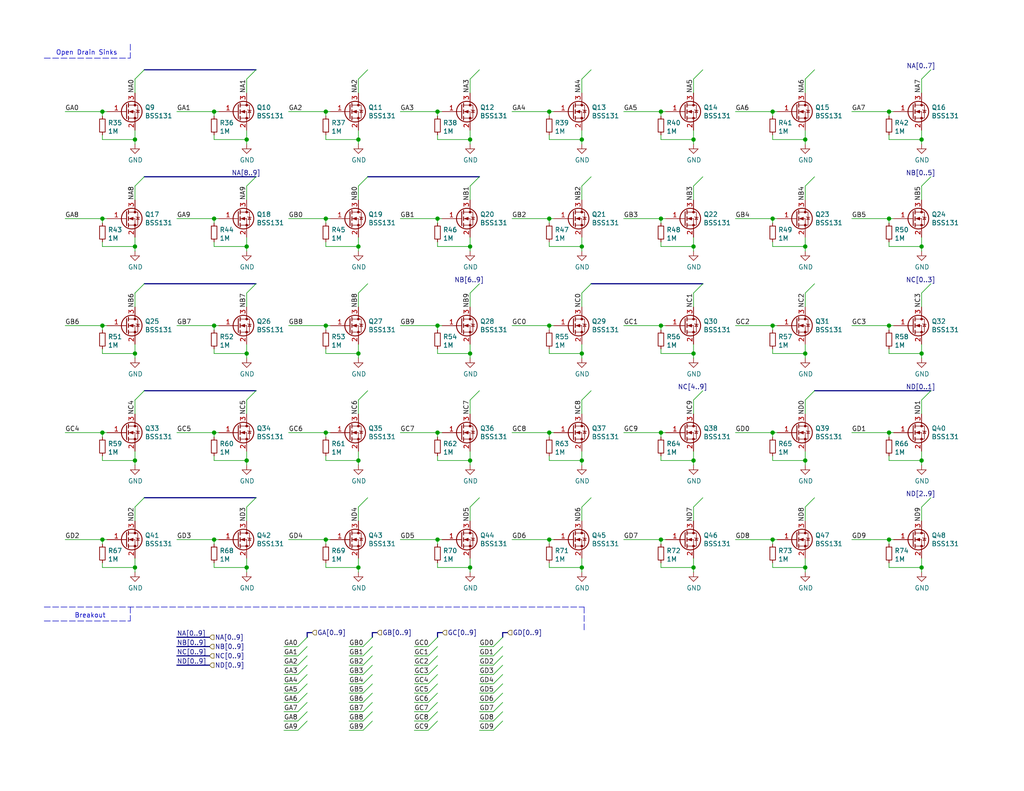
<source format=kicad_sch>
(kicad_sch (version 20210126) (generator eeschema)
  (paper "USLetter")
  (title_block (title "Nixie Clock - Cathode Sinks") (date "2021-03-24") (rev "20210324") (company "Bastian de Byl") (comment 1 "QC: OK"))
  (junction (at 27.94 30.48) (diameter 1.016))
  (junction (at 27.94 59.69) (diameter 1.016))
  (junction (at 27.94 88.9) (diameter 1.016))
  (junction (at 27.94 118.11) (diameter 1.016))
  (junction (at 27.94 147.32) (diameter 1.016))
  (junction (at 36.83 38.1) (diameter 1.016))
  (junction (at 36.83 67.31) (diameter 1.016))
  (junction (at 36.83 96.52) (diameter 1.016))
  (junction (at 36.83 125.73) (diameter 1.016))
  (junction (at 36.83 154.94) (diameter 1.016))
  (junction (at 58.42 30.48) (diameter 1.016))
  (junction (at 58.42 59.69) (diameter 1.016))
  (junction (at 58.42 88.9) (diameter 1.016))
  (junction (at 58.42 118.11) (diameter 1.016))
  (junction (at 58.42 147.32) (diameter 1.016))
  (junction (at 67.31 38.1) (diameter 1.016))
  (junction (at 67.31 67.31) (diameter 1.016))
  (junction (at 67.31 96.52) (diameter 1.016))
  (junction (at 67.31 125.73) (diameter 1.016))
  (junction (at 67.31 154.94) (diameter 1.016))
  (junction (at 88.9 30.48) (diameter 1.016))
  (junction (at 88.9 59.69) (diameter 1.016))
  (junction (at 88.9 88.9) (diameter 1.016))
  (junction (at 88.9 118.11) (diameter 1.016))
  (junction (at 88.9 147.32) (diameter 1.016))
  (junction (at 97.79 38.1) (diameter 1.016))
  (junction (at 97.79 67.31) (diameter 1.016))
  (junction (at 97.79 96.52) (diameter 1.016))
  (junction (at 97.79 125.73) (diameter 1.016))
  (junction (at 97.79 154.94) (diameter 1.016))
  (junction (at 119.38 30.48) (diameter 1.016))
  (junction (at 119.38 59.69) (diameter 1.016))
  (junction (at 119.38 88.9) (diameter 1.016))
  (junction (at 119.38 118.11) (diameter 1.016))
  (junction (at 119.38 147.32) (diameter 1.016))
  (junction (at 128.27 38.1) (diameter 1.016))
  (junction (at 128.27 67.31) (diameter 1.016))
  (junction (at 128.27 96.52) (diameter 1.016))
  (junction (at 128.27 125.73) (diameter 1.016))
  (junction (at 128.27 154.94) (diameter 1.016))
  (junction (at 149.86 30.48) (diameter 1.016))
  (junction (at 149.86 59.69) (diameter 1.016))
  (junction (at 149.86 88.9) (diameter 1.016))
  (junction (at 149.86 118.11) (diameter 1.016))
  (junction (at 149.86 147.32) (diameter 1.016))
  (junction (at 158.75 38.1) (diameter 1.016))
  (junction (at 158.75 67.31) (diameter 1.016))
  (junction (at 158.75 96.52) (diameter 1.016))
  (junction (at 158.75 125.73) (diameter 1.016))
  (junction (at 158.75 154.94) (diameter 1.016))
  (junction (at 180.34 30.48) (diameter 1.016))
  (junction (at 180.34 59.69) (diameter 1.016))
  (junction (at 180.34 88.9) (diameter 1.016))
  (junction (at 180.34 118.11) (diameter 1.016))
  (junction (at 180.34 147.32) (diameter 1.016))
  (junction (at 189.23 38.1) (diameter 1.016))
  (junction (at 189.23 67.31) (diameter 1.016))
  (junction (at 189.23 96.52) (diameter 1.016))
  (junction (at 189.23 125.73) (diameter 1.016))
  (junction (at 189.23 154.94) (diameter 1.016))
  (junction (at 210.82 30.48) (diameter 1.016))
  (junction (at 210.82 59.69) (diameter 1.016))
  (junction (at 210.82 88.9) (diameter 1.016))
  (junction (at 210.82 118.11) (diameter 1.016))
  (junction (at 210.82 147.32) (diameter 1.016))
  (junction (at 219.71 38.1) (diameter 1.016))
  (junction (at 219.71 67.31) (diameter 1.016))
  (junction (at 219.71 96.52) (diameter 1.016))
  (junction (at 219.71 125.73) (diameter 1.016))
  (junction (at 219.71 154.94) (diameter 1.016))
  (junction (at 242.57 30.48) (diameter 1.016))
  (junction (at 242.57 59.69) (diameter 1.016))
  (junction (at 242.57 88.9) (diameter 1.016))
  (junction (at 242.57 118.11) (diameter 1.016))
  (junction (at 242.57 147.32) (diameter 1.016))
  (junction (at 251.46 38.1) (diameter 1.016))
  (junction (at 251.46 67.31) (diameter 1.016))
  (junction (at 251.46 96.52) (diameter 1.016))
  (junction (at 251.46 125.73) (diameter 1.016))
  (junction (at 251.46 154.94) (diameter 1.016))
  (bus_entry (at 36.83 21.59) (size 2.54 -2.54) (stroke (width 0.1524)))
  (bus_entry (at 36.83 50.8) (size 2.54 -2.54) (stroke (width 0.1524)))
  (bus_entry (at 36.83 80.01) (size 2.54 -2.54) (stroke (width 0.1524)))
  (bus_entry (at 36.83 109.22) (size 2.54 -2.54) (stroke (width 0.1524)))
  (bus_entry (at 36.83 138.43) (size 2.54 -2.54) (stroke (width 0.1524)))
  (bus_entry (at 67.31 21.59) (size 2.54 -2.54) (stroke (width 0.1524)))
  (bus_entry (at 67.31 50.8) (size 2.54 -2.54) (stroke (width 0.1524)))
  (bus_entry (at 67.31 80.01) (size 2.54 -2.54) (stroke (width 0.1524)))
  (bus_entry (at 67.31 109.22) (size 2.54 -2.54) (stroke (width 0.1524)))
  (bus_entry (at 67.31 138.43) (size 2.54 -2.54) (stroke (width 0.1524)))
  (bus_entry (at 81.28 176.53) (size 2.54 -2.54) (stroke (width 0.1524)))
  (bus_entry (at 81.28 179.07) (size 2.54 -2.54) (stroke (width 0.1524)))
  (bus_entry (at 81.28 181.61) (size 2.54 -2.54) (stroke (width 0.1524)))
  (bus_entry (at 81.28 184.15) (size 2.54 -2.54) (stroke (width 0.1524)))
  (bus_entry (at 81.28 186.69) (size 2.54 -2.54) (stroke (width 0.1524)))
  (bus_entry (at 81.28 189.23) (size 2.54 -2.54) (stroke (width 0.1524)))
  (bus_entry (at 81.28 191.77) (size 2.54 -2.54) (stroke (width 0.1524)))
  (bus_entry (at 81.28 194.31) (size 2.54 -2.54) (stroke (width 0.1524)))
  (bus_entry (at 81.28 196.85) (size 2.54 -2.54) (stroke (width 0.1524)))
  (bus_entry (at 81.28 199.39) (size 2.54 -2.54) (stroke (width 0.1524)))
  (bus_entry (at 97.79 21.59) (size 2.54 -2.54) (stroke (width 0.1524)))
  (bus_entry (at 97.79 50.8) (size 2.54 -2.54) (stroke (width 0.1524)))
  (bus_entry (at 97.79 80.01) (size 2.54 -2.54) (stroke (width 0.1524)))
  (bus_entry (at 97.79 109.22) (size 2.54 -2.54) (stroke (width 0.1524)))
  (bus_entry (at 97.79 138.43) (size 2.54 -2.54) (stroke (width 0.1524)))
  (bus_entry (at 99.06 176.53) (size 2.54 -2.54) (stroke (width 0.1524)))
  (bus_entry (at 99.06 179.07) (size 2.54 -2.54) (stroke (width 0.1524)))
  (bus_entry (at 99.06 181.61) (size 2.54 -2.54) (stroke (width 0.1524)))
  (bus_entry (at 99.06 184.15) (size 2.54 -2.54) (stroke (width 0.1524)))
  (bus_entry (at 99.06 186.69) (size 2.54 -2.54) (stroke (width 0.1524)))
  (bus_entry (at 99.06 189.23) (size 2.54 -2.54) (stroke (width 0.1524)))
  (bus_entry (at 99.06 191.77) (size 2.54 -2.54) (stroke (width 0.1524)))
  (bus_entry (at 99.06 194.31) (size 2.54 -2.54) (stroke (width 0.1524)))
  (bus_entry (at 99.06 196.85) (size 2.54 -2.54) (stroke (width 0.1524)))
  (bus_entry (at 99.06 199.39) (size 2.54 -2.54) (stroke (width 0.1524)))
  (bus_entry (at 116.84 176.53) (size 2.54 -2.54) (stroke (width 0.1524)))
  (bus_entry (at 116.84 179.07) (size 2.54 -2.54) (stroke (width 0.1524)))
  (bus_entry (at 116.84 181.61) (size 2.54 -2.54) (stroke (width 0.1524)))
  (bus_entry (at 116.84 184.15) (size 2.54 -2.54) (stroke (width 0.1524)))
  (bus_entry (at 116.84 186.69) (size 2.54 -2.54) (stroke (width 0.1524)))
  (bus_entry (at 116.84 189.23) (size 2.54 -2.54) (stroke (width 0.1524)))
  (bus_entry (at 116.84 191.77) (size 2.54 -2.54) (stroke (width 0.1524)))
  (bus_entry (at 116.84 194.31) (size 2.54 -2.54) (stroke (width 0.1524)))
  (bus_entry (at 116.84 196.85) (size 2.54 -2.54) (stroke (width 0.1524)))
  (bus_entry (at 116.84 199.39) (size 2.54 -2.54) (stroke (width 0.1524)))
  (bus_entry (at 128.27 21.59) (size 2.54 -2.54) (stroke (width 0.1524)))
  (bus_entry (at 128.27 50.8) (size 2.54 -2.54) (stroke (width 0.1524)))
  (bus_entry (at 128.27 80.01) (size 2.54 -2.54) (stroke (width 0.1524)))
  (bus_entry (at 128.27 109.22) (size 2.54 -2.54) (stroke (width 0.1524)))
  (bus_entry (at 128.27 138.43) (size 2.54 -2.54) (stroke (width 0.1524)))
  (bus_entry (at 134.62 176.53) (size 2.54 -2.54) (stroke (width 0.1524)))
  (bus_entry (at 134.62 179.07) (size 2.54 -2.54) (stroke (width 0.1524)))
  (bus_entry (at 134.62 181.61) (size 2.54 -2.54) (stroke (width 0.1524)))
  (bus_entry (at 134.62 184.15) (size 2.54 -2.54) (stroke (width 0.1524)))
  (bus_entry (at 134.62 186.69) (size 2.54 -2.54) (stroke (width 0.1524)))
  (bus_entry (at 134.62 189.23) (size 2.54 -2.54) (stroke (width 0.1524)))
  (bus_entry (at 134.62 191.77) (size 2.54 -2.54) (stroke (width 0.1524)))
  (bus_entry (at 134.62 194.31) (size 2.54 -2.54) (stroke (width 0.1524)))
  (bus_entry (at 134.62 196.85) (size 2.54 -2.54) (stroke (width 0.1524)))
  (bus_entry (at 134.62 199.39) (size 2.54 -2.54) (stroke (width 0.1524)))
  (bus_entry (at 158.75 21.59) (size 2.54 -2.54) (stroke (width 0.1524)))
  (bus_entry (at 158.75 50.8) (size 2.54 -2.54) (stroke (width 0.1524)))
  (bus_entry (at 158.75 80.01) (size 2.54 -2.54) (stroke (width 0.1524)))
  (bus_entry (at 158.75 109.22) (size 2.54 -2.54) (stroke (width 0.1524)))
  (bus_entry (at 158.75 138.43) (size 2.54 -2.54) (stroke (width 0.1524)))
  (bus_entry (at 189.23 21.59) (size 2.54 -2.54) (stroke (width 0.1524)))
  (bus_entry (at 189.23 50.8) (size 2.54 -2.54) (stroke (width 0.1524)))
  (bus_entry (at 189.23 80.01) (size 2.54 -2.54) (stroke (width 0.1524)))
  (bus_entry (at 189.23 109.22) (size 2.54 -2.54) (stroke (width 0.1524)))
  (bus_entry (at 189.23 138.43) (size 2.54 -2.54) (stroke (width 0.1524)))
  (bus_entry (at 219.71 21.59) (size 2.54 -2.54) (stroke (width 0.1524)))
  (bus_entry (at 219.71 50.8) (size 2.54 -2.54) (stroke (width 0.1524)))
  (bus_entry (at 219.71 80.01) (size 2.54 -2.54) (stroke (width 0.1524)))
  (bus_entry (at 219.71 109.22) (size 2.54 -2.54) (stroke (width 0.1524)))
  (bus_entry (at 219.71 138.43) (size 2.54 -2.54) (stroke (width 0.1524)))
  (bus_entry (at 251.46 21.59) (size 2.54 -2.54) (stroke (width 0.1524)))
  (bus_entry (at 251.46 50.8) (size 2.54 -2.54) (stroke (width 0.1524)))
  (bus_entry (at 251.46 80.01) (size 2.54 -2.54) (stroke (width 0.1524)))
  (bus_entry (at 251.46 109.22) (size 2.54 -2.54) (stroke (width 0.1524)))
  (bus_entry (at 251.46 138.43) (size 2.54 -2.54) (stroke (width 0.1524)))
  (wire (pts (xy 17.78 30.48) (xy 27.94 30.48)))
  (wire (pts (xy 17.78 59.69) (xy 27.94 59.69)))
  (wire (pts (xy 17.78 88.9) (xy 27.94 88.9)))
  (wire (pts (xy 17.78 118.11) (xy 27.94 118.11)))
  (wire (pts (xy 17.78 147.32) (xy 27.94 147.32)))
  (wire (pts (xy 27.94 30.48) (xy 27.94 31.75)))
  (wire (pts (xy 27.94 30.48) (xy 29.21 30.48)))
  (wire (pts (xy 27.94 36.83) (xy 27.94 38.1)))
  (wire (pts (xy 27.94 38.1) (xy 36.83 38.1)))
  (wire (pts (xy 27.94 59.69) (xy 27.94 60.96)))
  (wire (pts (xy 27.94 59.69) (xy 29.21 59.69)))
  (wire (pts (xy 27.94 66.04) (xy 27.94 67.31)))
  (wire (pts (xy 27.94 67.31) (xy 36.83 67.31)))
  (wire (pts (xy 27.94 88.9) (xy 27.94 90.17)))
  (wire (pts (xy 27.94 88.9) (xy 29.21 88.9)))
  (wire (pts (xy 27.94 95.25) (xy 27.94 96.52)))
  (wire (pts (xy 27.94 96.52) (xy 36.83 96.52)))
  (wire (pts (xy 27.94 118.11) (xy 27.94 119.38)))
  (wire (pts (xy 27.94 118.11) (xy 29.21 118.11)))
  (wire (pts (xy 27.94 124.46) (xy 27.94 125.73)))
  (wire (pts (xy 27.94 125.73) (xy 36.83 125.73)))
  (wire (pts (xy 27.94 147.32) (xy 27.94 148.59)))
  (wire (pts (xy 27.94 147.32) (xy 29.21 147.32)))
  (wire (pts (xy 27.94 153.67) (xy 27.94 154.94)))
  (wire (pts (xy 27.94 154.94) (xy 36.83 154.94)))
  (wire (pts (xy 36.83 21.59) (xy 36.83 25.4)))
  (wire (pts (xy 36.83 35.56) (xy 36.83 38.1)))
  (wire (pts (xy 36.83 38.1) (xy 36.83 39.37)))
  (wire (pts (xy 36.83 50.8) (xy 36.83 54.61)))
  (wire (pts (xy 36.83 64.77) (xy 36.83 67.31)))
  (wire (pts (xy 36.83 67.31) (xy 36.83 68.58)))
  (wire (pts (xy 36.83 80.01) (xy 36.83 83.82)))
  (wire (pts (xy 36.83 93.98) (xy 36.83 96.52)))
  (wire (pts (xy 36.83 96.52) (xy 36.83 97.79)))
  (wire (pts (xy 36.83 109.22) (xy 36.83 113.03)))
  (wire (pts (xy 36.83 123.19) (xy 36.83 125.73)))
  (wire (pts (xy 36.83 125.73) (xy 36.83 127)))
  (wire (pts (xy 36.83 138.43) (xy 36.83 142.24)))
  (wire (pts (xy 36.83 152.4) (xy 36.83 154.94)))
  (wire (pts (xy 36.83 154.94) (xy 36.83 156.21)))
  (wire (pts (xy 48.26 30.48) (xy 58.42 30.48)))
  (wire (pts (xy 48.26 59.69) (xy 58.42 59.69)))
  (wire (pts (xy 48.26 88.9) (xy 58.42 88.9)))
  (wire (pts (xy 48.26 118.11) (xy 58.42 118.11)))
  (wire (pts (xy 48.26 147.32) (xy 58.42 147.32)))
  (wire (pts (xy 58.42 30.48) (xy 58.42 31.75)))
  (wire (pts (xy 58.42 30.48) (xy 59.69 30.48)))
  (wire (pts (xy 58.42 36.83) (xy 58.42 38.1)))
  (wire (pts (xy 58.42 38.1) (xy 67.31 38.1)))
  (wire (pts (xy 58.42 59.69) (xy 58.42 60.96)))
  (wire (pts (xy 58.42 59.69) (xy 59.69 59.69)))
  (wire (pts (xy 58.42 66.04) (xy 58.42 67.31)))
  (wire (pts (xy 58.42 67.31) (xy 67.31 67.31)))
  (wire (pts (xy 58.42 88.9) (xy 58.42 90.17)))
  (wire (pts (xy 58.42 88.9) (xy 59.69 88.9)))
  (wire (pts (xy 58.42 95.25) (xy 58.42 96.52)))
  (wire (pts (xy 58.42 96.52) (xy 67.31 96.52)))
  (wire (pts (xy 58.42 118.11) (xy 58.42 119.38)))
  (wire (pts (xy 58.42 118.11) (xy 59.69 118.11)))
  (wire (pts (xy 58.42 124.46) (xy 58.42 125.73)))
  (wire (pts (xy 58.42 125.73) (xy 67.31 125.73)))
  (wire (pts (xy 58.42 147.32) (xy 58.42 148.59)))
  (wire (pts (xy 58.42 147.32) (xy 59.69 147.32)))
  (wire (pts (xy 58.42 153.67) (xy 58.42 154.94)))
  (wire (pts (xy 58.42 154.94) (xy 67.31 154.94)))
  (wire (pts (xy 67.31 21.59) (xy 67.31 25.4)))
  (wire (pts (xy 67.31 35.56) (xy 67.31 38.1)))
  (wire (pts (xy 67.31 38.1) (xy 67.31 39.37)))
  (wire (pts (xy 67.31 50.8) (xy 67.31 54.61)))
  (wire (pts (xy 67.31 64.77) (xy 67.31 67.31)))
  (wire (pts (xy 67.31 67.31) (xy 67.31 68.58)))
  (wire (pts (xy 67.31 80.01) (xy 67.31 83.82)))
  (wire (pts (xy 67.31 93.98) (xy 67.31 96.52)))
  (wire (pts (xy 67.31 96.52) (xy 67.31 97.79)))
  (wire (pts (xy 67.31 109.22) (xy 67.31 113.03)))
  (wire (pts (xy 67.31 123.19) (xy 67.31 125.73)))
  (wire (pts (xy 67.31 125.73) (xy 67.31 127)))
  (wire (pts (xy 67.31 138.43) (xy 67.31 142.24)))
  (wire (pts (xy 67.31 152.4) (xy 67.31 154.94)))
  (wire (pts (xy 67.31 154.94) (xy 67.31 156.21)))
  (wire (pts (xy 77.47 176.53) (xy 81.28 176.53)))
  (wire (pts (xy 77.47 179.07) (xy 81.28 179.07)))
  (wire (pts (xy 77.47 181.61) (xy 81.28 181.61)))
  (wire (pts (xy 77.47 184.15) (xy 81.28 184.15)))
  (wire (pts (xy 77.47 186.69) (xy 81.28 186.69)))
  (wire (pts (xy 77.47 189.23) (xy 81.28 189.23)))
  (wire (pts (xy 77.47 191.77) (xy 81.28 191.77)))
  (wire (pts (xy 77.47 194.31) (xy 81.28 194.31)))
  (wire (pts (xy 77.47 196.85) (xy 81.28 196.85)))
  (wire (pts (xy 77.47 199.39) (xy 81.28 199.39)))
  (wire (pts (xy 78.74 30.48) (xy 88.9 30.48)))
  (wire (pts (xy 78.74 59.69) (xy 88.9 59.69)))
  (wire (pts (xy 78.74 88.9) (xy 88.9 88.9)))
  (wire (pts (xy 78.74 118.11) (xy 88.9 118.11)))
  (wire (pts (xy 78.74 147.32) (xy 88.9 147.32)))
  (wire (pts (xy 88.9 30.48) (xy 88.9 31.75)))
  (wire (pts (xy 88.9 30.48) (xy 90.17 30.48)))
  (wire (pts (xy 88.9 36.83) (xy 88.9 38.1)))
  (wire (pts (xy 88.9 38.1) (xy 97.79 38.1)))
  (wire (pts (xy 88.9 59.69) (xy 88.9 60.96)))
  (wire (pts (xy 88.9 59.69) (xy 90.17 59.69)))
  (wire (pts (xy 88.9 66.04) (xy 88.9 67.31)))
  (wire (pts (xy 88.9 67.31) (xy 97.79 67.31)))
  (wire (pts (xy 88.9 88.9) (xy 88.9 90.17)))
  (wire (pts (xy 88.9 88.9) (xy 90.17 88.9)))
  (wire (pts (xy 88.9 95.25) (xy 88.9 96.52)))
  (wire (pts (xy 88.9 96.52) (xy 97.79 96.52)))
  (wire (pts (xy 88.9 118.11) (xy 88.9 119.38)))
  (wire (pts (xy 88.9 118.11) (xy 90.17 118.11)))
  (wire (pts (xy 88.9 124.46) (xy 88.9 125.73)))
  (wire (pts (xy 88.9 125.73) (xy 97.79 125.73)))
  (wire (pts (xy 88.9 147.32) (xy 88.9 148.59)))
  (wire (pts (xy 88.9 147.32) (xy 90.17 147.32)))
  (wire (pts (xy 88.9 153.67) (xy 88.9 154.94)))
  (wire (pts (xy 88.9 154.94) (xy 97.79 154.94)))
  (wire (pts (xy 95.25 176.53) (xy 99.06 176.53)))
  (wire (pts (xy 95.25 179.07) (xy 99.06 179.07)))
  (wire (pts (xy 95.25 181.61) (xy 99.06 181.61)))
  (wire (pts (xy 95.25 184.15) (xy 99.06 184.15)))
  (wire (pts (xy 95.25 186.69) (xy 99.06 186.69)))
  (wire (pts (xy 95.25 189.23) (xy 99.06 189.23)))
  (wire (pts (xy 95.25 191.77) (xy 99.06 191.77)))
  (wire (pts (xy 95.25 194.31) (xy 99.06 194.31)))
  (wire (pts (xy 95.25 196.85) (xy 99.06 196.85)))
  (wire (pts (xy 95.25 199.39) (xy 99.06 199.39)))
  (wire (pts (xy 97.79 21.59) (xy 97.79 25.4)))
  (wire (pts (xy 97.79 35.56) (xy 97.79 38.1)))
  (wire (pts (xy 97.79 38.1) (xy 97.79 39.37)))
  (wire (pts (xy 97.79 50.8) (xy 97.79 54.61)))
  (wire (pts (xy 97.79 64.77) (xy 97.79 67.31)))
  (wire (pts (xy 97.79 67.31) (xy 97.79 68.58)))
  (wire (pts (xy 97.79 80.01) (xy 97.79 83.82)))
  (wire (pts (xy 97.79 93.98) (xy 97.79 96.52)))
  (wire (pts (xy 97.79 96.52) (xy 97.79 97.79)))
  (wire (pts (xy 97.79 109.22) (xy 97.79 113.03)))
  (wire (pts (xy 97.79 123.19) (xy 97.79 125.73)))
  (wire (pts (xy 97.79 125.73) (xy 97.79 127)))
  (wire (pts (xy 97.79 138.43) (xy 97.79 142.24)))
  (wire (pts (xy 97.79 152.4) (xy 97.79 154.94)))
  (wire (pts (xy 97.79 154.94) (xy 97.79 156.21)))
  (wire (pts (xy 109.22 30.48) (xy 119.38 30.48)))
  (wire (pts (xy 109.22 59.69) (xy 119.38 59.69)))
  (wire (pts (xy 109.22 88.9) (xy 119.38 88.9)))
  (wire (pts (xy 109.22 118.11) (xy 119.38 118.11)))
  (wire (pts (xy 109.22 147.32) (xy 119.38 147.32)))
  (wire (pts (xy 113.03 176.53) (xy 116.84 176.53)))
  (wire (pts (xy 113.03 179.07) (xy 116.84 179.07)))
  (wire (pts (xy 113.03 181.61) (xy 116.84 181.61)))
  (wire (pts (xy 113.03 184.15) (xy 116.84 184.15)))
  (wire (pts (xy 113.03 186.69) (xy 116.84 186.69)))
  (wire (pts (xy 113.03 189.23) (xy 116.84 189.23)))
  (wire (pts (xy 113.03 191.77) (xy 116.84 191.77)))
  (wire (pts (xy 113.03 194.31) (xy 116.84 194.31)))
  (wire (pts (xy 113.03 196.85) (xy 116.84 196.85)))
  (wire (pts (xy 113.03 199.39) (xy 116.84 199.39)))
  (wire (pts (xy 119.38 30.48) (xy 119.38 31.75)))
  (wire (pts (xy 119.38 30.48) (xy 120.65 30.48)))
  (wire (pts (xy 119.38 36.83) (xy 119.38 38.1)))
  (wire (pts (xy 119.38 38.1) (xy 128.27 38.1)))
  (wire (pts (xy 119.38 59.69) (xy 119.38 60.96)))
  (wire (pts (xy 119.38 59.69) (xy 120.65 59.69)))
  (wire (pts (xy 119.38 66.04) (xy 119.38 67.31)))
  (wire (pts (xy 119.38 67.31) (xy 128.27 67.31)))
  (wire (pts (xy 119.38 88.9) (xy 119.38 90.17)))
  (wire (pts (xy 119.38 88.9) (xy 120.65 88.9)))
  (wire (pts (xy 119.38 95.25) (xy 119.38 96.52)))
  (wire (pts (xy 119.38 96.52) (xy 128.27 96.52)))
  (wire (pts (xy 119.38 118.11) (xy 119.38 119.38)))
  (wire (pts (xy 119.38 118.11) (xy 120.65 118.11)))
  (wire (pts (xy 119.38 124.46) (xy 119.38 125.73)))
  (wire (pts (xy 119.38 125.73) (xy 128.27 125.73)))
  (wire (pts (xy 119.38 147.32) (xy 119.38 148.59)))
  (wire (pts (xy 119.38 147.32) (xy 120.65 147.32)))
  (wire (pts (xy 119.38 153.67) (xy 119.38 154.94)))
  (wire (pts (xy 119.38 154.94) (xy 128.27 154.94)))
  (wire (pts (xy 128.27 21.59) (xy 128.27 25.4)))
  (wire (pts (xy 128.27 35.56) (xy 128.27 38.1)))
  (wire (pts (xy 128.27 38.1) (xy 128.27 39.37)))
  (wire (pts (xy 128.27 50.8) (xy 128.27 54.61)))
  (wire (pts (xy 128.27 64.77) (xy 128.27 67.31)))
  (wire (pts (xy 128.27 67.31) (xy 128.27 68.58)))
  (wire (pts (xy 128.27 80.01) (xy 128.27 83.82)))
  (wire (pts (xy 128.27 93.98) (xy 128.27 96.52)))
  (wire (pts (xy 128.27 96.52) (xy 128.27 97.79)))
  (wire (pts (xy 128.27 109.22) (xy 128.27 113.03)))
  (wire (pts (xy 128.27 123.19) (xy 128.27 125.73)))
  (wire (pts (xy 128.27 125.73) (xy 128.27 127)))
  (wire (pts (xy 128.27 138.43) (xy 128.27 142.24)))
  (wire (pts (xy 128.27 152.4) (xy 128.27 154.94)))
  (wire (pts (xy 128.27 154.94) (xy 128.27 156.21)))
  (wire (pts (xy 130.81 176.53) (xy 134.62 176.53)))
  (wire (pts (xy 130.81 179.07) (xy 134.62 179.07)))
  (wire (pts (xy 130.81 181.61) (xy 134.62 181.61)))
  (wire (pts (xy 130.81 184.15) (xy 134.62 184.15)))
  (wire (pts (xy 130.81 186.69) (xy 134.62 186.69)))
  (wire (pts (xy 130.81 189.23) (xy 134.62 189.23)))
  (wire (pts (xy 130.81 191.77) (xy 134.62 191.77)))
  (wire (pts (xy 130.81 194.31) (xy 134.62 194.31)))
  (wire (pts (xy 130.81 196.85) (xy 134.62 196.85)))
  (wire (pts (xy 130.81 199.39) (xy 134.62 199.39)))
  (wire (pts (xy 139.7 30.48) (xy 149.86 30.48)))
  (wire (pts (xy 139.7 59.69) (xy 149.86 59.69)))
  (wire (pts (xy 139.7 88.9) (xy 149.86 88.9)))
  (wire (pts (xy 139.7 118.11) (xy 149.86 118.11)))
  (wire (pts (xy 139.7 147.32) (xy 149.86 147.32)))
  (wire (pts (xy 149.86 30.48) (xy 149.86 31.75)))
  (wire (pts (xy 149.86 30.48) (xy 151.13 30.48)))
  (wire (pts (xy 149.86 36.83) (xy 149.86 38.1)))
  (wire (pts (xy 149.86 38.1) (xy 158.75 38.1)))
  (wire (pts (xy 149.86 59.69) (xy 149.86 60.96)))
  (wire (pts (xy 149.86 59.69) (xy 151.13 59.69)))
  (wire (pts (xy 149.86 66.04) (xy 149.86 67.31)))
  (wire (pts (xy 149.86 67.31) (xy 158.75 67.31)))
  (wire (pts (xy 149.86 88.9) (xy 149.86 90.17)))
  (wire (pts (xy 149.86 88.9) (xy 151.13 88.9)))
  (wire (pts (xy 149.86 95.25) (xy 149.86 96.52)))
  (wire (pts (xy 149.86 96.52) (xy 158.75 96.52)))
  (wire (pts (xy 149.86 118.11) (xy 149.86 119.38)))
  (wire (pts (xy 149.86 118.11) (xy 151.13 118.11)))
  (wire (pts (xy 149.86 124.46) (xy 149.86 125.73)))
  (wire (pts (xy 149.86 125.73) (xy 158.75 125.73)))
  (wire (pts (xy 149.86 147.32) (xy 149.86 148.59)))
  (wire (pts (xy 149.86 147.32) (xy 151.13 147.32)))
  (wire (pts (xy 149.86 153.67) (xy 149.86 154.94)))
  (wire (pts (xy 149.86 154.94) (xy 158.75 154.94)))
  (wire (pts (xy 158.75 21.59) (xy 158.75 25.4)))
  (wire (pts (xy 158.75 35.56) (xy 158.75 38.1)))
  (wire (pts (xy 158.75 38.1) (xy 158.75 39.37)))
  (wire (pts (xy 158.75 50.8) (xy 158.75 54.61)))
  (wire (pts (xy 158.75 64.77) (xy 158.75 67.31)))
  (wire (pts (xy 158.75 67.31) (xy 158.75 68.58)))
  (wire (pts (xy 158.75 80.01) (xy 158.75 83.82)))
  (wire (pts (xy 158.75 93.98) (xy 158.75 96.52)))
  (wire (pts (xy 158.75 96.52) (xy 158.75 97.79)))
  (wire (pts (xy 158.75 109.22) (xy 158.75 113.03)))
  (wire (pts (xy 158.75 123.19) (xy 158.75 125.73)))
  (wire (pts (xy 158.75 125.73) (xy 158.75 127)))
  (wire (pts (xy 158.75 138.43) (xy 158.75 142.24)))
  (wire (pts (xy 158.75 152.4) (xy 158.75 154.94)))
  (wire (pts (xy 158.75 154.94) (xy 158.75 156.21)))
  (wire (pts (xy 170.18 30.48) (xy 180.34 30.48)))
  (wire (pts (xy 170.18 59.69) (xy 180.34 59.69)))
  (wire (pts (xy 170.18 88.9) (xy 180.34 88.9)))
  (wire (pts (xy 170.18 118.11) (xy 180.34 118.11)))
  (wire (pts (xy 170.18 147.32) (xy 180.34 147.32)))
  (wire (pts (xy 180.34 30.48) (xy 180.34 31.75)))
  (wire (pts (xy 180.34 30.48) (xy 181.61 30.48)))
  (wire (pts (xy 180.34 36.83) (xy 180.34 38.1)))
  (wire (pts (xy 180.34 38.1) (xy 189.23 38.1)))
  (wire (pts (xy 180.34 59.69) (xy 180.34 60.96)))
  (wire (pts (xy 180.34 59.69) (xy 181.61 59.69)))
  (wire (pts (xy 180.34 66.04) (xy 180.34 67.31)))
  (wire (pts (xy 180.34 67.31) (xy 189.23 67.31)))
  (wire (pts (xy 180.34 88.9) (xy 180.34 90.17)))
  (wire (pts (xy 180.34 88.9) (xy 181.61 88.9)))
  (wire (pts (xy 180.34 95.25) (xy 180.34 96.52)))
  (wire (pts (xy 180.34 96.52) (xy 189.23 96.52)))
  (wire (pts (xy 180.34 118.11) (xy 180.34 119.38)))
  (wire (pts (xy 180.34 118.11) (xy 181.61 118.11)))
  (wire (pts (xy 180.34 124.46) (xy 180.34 125.73)))
  (wire (pts (xy 180.34 125.73) (xy 189.23 125.73)))
  (wire (pts (xy 180.34 147.32) (xy 180.34 148.59)))
  (wire (pts (xy 180.34 147.32) (xy 181.61 147.32)))
  (wire (pts (xy 180.34 153.67) (xy 180.34 154.94)))
  (wire (pts (xy 180.34 154.94) (xy 189.23 154.94)))
  (wire (pts (xy 189.23 21.59) (xy 189.23 25.4)))
  (wire (pts (xy 189.23 35.56) (xy 189.23 38.1)))
  (wire (pts (xy 189.23 38.1) (xy 189.23 39.37)))
  (wire (pts (xy 189.23 50.8) (xy 189.23 54.61)))
  (wire (pts (xy 189.23 64.77) (xy 189.23 67.31)))
  (wire (pts (xy 189.23 67.31) (xy 189.23 68.58)))
  (wire (pts (xy 189.23 80.01) (xy 189.23 83.82)))
  (wire (pts (xy 189.23 93.98) (xy 189.23 96.52)))
  (wire (pts (xy 189.23 96.52) (xy 189.23 97.79)))
  (wire (pts (xy 189.23 109.22) (xy 189.23 113.03)))
  (wire (pts (xy 189.23 123.19) (xy 189.23 125.73)))
  (wire (pts (xy 189.23 125.73) (xy 189.23 127)))
  (wire (pts (xy 189.23 138.43) (xy 189.23 142.24)))
  (wire (pts (xy 189.23 152.4) (xy 189.23 154.94)))
  (wire (pts (xy 189.23 154.94) (xy 189.23 156.21)))
  (wire (pts (xy 200.66 30.48) (xy 210.82 30.48)))
  (wire (pts (xy 200.66 59.69) (xy 210.82 59.69)))
  (wire (pts (xy 200.66 88.9) (xy 210.82 88.9)))
  (wire (pts (xy 200.66 118.11) (xy 210.82 118.11)))
  (wire (pts (xy 200.66 147.32) (xy 210.82 147.32)))
  (wire (pts (xy 210.82 30.48) (xy 210.82 31.75)))
  (wire (pts (xy 210.82 30.48) (xy 212.09 30.48)))
  (wire (pts (xy 210.82 36.83) (xy 210.82 38.1)))
  (wire (pts (xy 210.82 38.1) (xy 219.71 38.1)))
  (wire (pts (xy 210.82 59.69) (xy 210.82 60.96)))
  (wire (pts (xy 210.82 59.69) (xy 212.09 59.69)))
  (wire (pts (xy 210.82 66.04) (xy 210.82 67.31)))
  (wire (pts (xy 210.82 67.31) (xy 219.71 67.31)))
  (wire (pts (xy 210.82 88.9) (xy 210.82 90.17)))
  (wire (pts (xy 210.82 88.9) (xy 212.09 88.9)))
  (wire (pts (xy 210.82 95.25) (xy 210.82 96.52)))
  (wire (pts (xy 210.82 96.52) (xy 219.71 96.52)))
  (wire (pts (xy 210.82 118.11) (xy 210.82 119.38)))
  (wire (pts (xy 210.82 118.11) (xy 212.09 118.11)))
  (wire (pts (xy 210.82 124.46) (xy 210.82 125.73)))
  (wire (pts (xy 210.82 125.73) (xy 219.71 125.73)))
  (wire (pts (xy 210.82 147.32) (xy 210.82 148.59)))
  (wire (pts (xy 210.82 147.32) (xy 212.09 147.32)))
  (wire (pts (xy 210.82 153.67) (xy 210.82 154.94)))
  (wire (pts (xy 210.82 154.94) (xy 219.71 154.94)))
  (wire (pts (xy 219.71 21.59) (xy 219.71 25.4)))
  (wire (pts (xy 219.71 35.56) (xy 219.71 38.1)))
  (wire (pts (xy 219.71 38.1) (xy 219.71 39.37)))
  (wire (pts (xy 219.71 50.8) (xy 219.71 54.61)))
  (wire (pts (xy 219.71 64.77) (xy 219.71 67.31)))
  (wire (pts (xy 219.71 67.31) (xy 219.71 68.58)))
  (wire (pts (xy 219.71 80.01) (xy 219.71 83.82)))
  (wire (pts (xy 219.71 93.98) (xy 219.71 96.52)))
  (wire (pts (xy 219.71 96.52) (xy 219.71 97.79)))
  (wire (pts (xy 219.71 109.22) (xy 219.71 113.03)))
  (wire (pts (xy 219.71 123.19) (xy 219.71 125.73)))
  (wire (pts (xy 219.71 125.73) (xy 219.71 127)))
  (wire (pts (xy 219.71 138.43) (xy 219.71 142.24)))
  (wire (pts (xy 219.71 152.4) (xy 219.71 154.94)))
  (wire (pts (xy 219.71 154.94) (xy 219.71 156.21)))
  (wire (pts (xy 232.41 30.48) (xy 242.57 30.48)))
  (wire (pts (xy 232.41 59.69) (xy 242.57 59.69)))
  (wire (pts (xy 232.41 88.9) (xy 242.57 88.9)))
  (wire (pts (xy 232.41 118.11) (xy 242.57 118.11)))
  (wire (pts (xy 232.41 147.32) (xy 242.57 147.32)))
  (wire (pts (xy 242.57 30.48) (xy 242.57 31.75)))
  (wire (pts (xy 242.57 30.48) (xy 243.84 30.48)))
  (wire (pts (xy 242.57 36.83) (xy 242.57 38.1)))
  (wire (pts (xy 242.57 38.1) (xy 251.46 38.1)))
  (wire (pts (xy 242.57 59.69) (xy 242.57 60.96)))
  (wire (pts (xy 242.57 59.69) (xy 243.84 59.69)))
  (wire (pts (xy 242.57 66.04) (xy 242.57 67.31)))
  (wire (pts (xy 242.57 67.31) (xy 251.46 67.31)))
  (wire (pts (xy 242.57 88.9) (xy 242.57 90.17)))
  (wire (pts (xy 242.57 88.9) (xy 243.84 88.9)))
  (wire (pts (xy 242.57 95.25) (xy 242.57 96.52)))
  (wire (pts (xy 242.57 96.52) (xy 251.46 96.52)))
  (wire (pts (xy 242.57 118.11) (xy 242.57 119.38)))
  (wire (pts (xy 242.57 118.11) (xy 243.84 118.11)))
  (wire (pts (xy 242.57 124.46) (xy 242.57 125.73)))
  (wire (pts (xy 242.57 125.73) (xy 251.46 125.73)))
  (wire (pts (xy 242.57 147.32) (xy 242.57 148.59)))
  (wire (pts (xy 242.57 147.32) (xy 243.84 147.32)))
  (wire (pts (xy 242.57 153.67) (xy 242.57 154.94)))
  (wire (pts (xy 242.57 154.94) (xy 251.46 154.94)))
  (wire (pts (xy 251.46 21.59) (xy 251.46 25.4)))
  (wire (pts (xy 251.46 35.56) (xy 251.46 38.1)))
  (wire (pts (xy 251.46 38.1) (xy 251.46 39.37)))
  (wire (pts (xy 251.46 50.8) (xy 251.46 54.61)))
  (wire (pts (xy 251.46 64.77) (xy 251.46 67.31)))
  (wire (pts (xy 251.46 67.31) (xy 251.46 68.58)))
  (wire (pts (xy 251.46 80.01) (xy 251.46 83.82)))
  (wire (pts (xy 251.46 93.98) (xy 251.46 96.52)))
  (wire (pts (xy 251.46 96.52) (xy 251.46 97.79)))
  (wire (pts (xy 251.46 109.22) (xy 251.46 113.03)))
  (wire (pts (xy 251.46 123.19) (xy 251.46 125.73)))
  (wire (pts (xy 251.46 125.73) (xy 251.46 127)))
  (wire (pts (xy 251.46 138.43) (xy 251.46 142.24)))
  (wire (pts (xy 251.46 152.4) (xy 251.46 154.94)))
  (wire (pts (xy 251.46 154.94) (xy 251.46 156.21)))
  (bus (pts (xy 39.37 19.05) (xy 255.27 19.05)))
  (bus (pts (xy 39.37 48.26) (xy 71.12 48.26)))
  (bus (pts (xy 39.37 77.47) (xy 132.08 77.47)))
  (bus (pts (xy 39.37 106.68) (xy 193.04 106.68)))
  (bus (pts (xy 39.37 135.89) (xy 255.27 135.89)))
  (bus (pts (xy 57.15 173.99) (xy 48.26 173.99)))
  (bus (pts (xy 57.15 176.53) (xy 48.26 176.53)))
  (bus (pts (xy 57.15 179.07) (xy 48.26 179.07)))
  (bus (pts (xy 57.15 181.61) (xy 48.26 181.61)))
  (bus (pts (xy 83.82 172.72) (xy 83.82 196.85)))
  (bus (pts (xy 83.82 172.72) (xy 85.09 172.72)))
  (bus (pts (xy 100.33 48.26) (xy 255.27 48.26)))
  (bus (pts (xy 101.6 172.72) (xy 101.6 196.85)))
  (bus (pts (xy 101.6 172.72) (xy 102.87 172.72)))
  (bus (pts (xy 119.38 172.72) (xy 119.38 196.85)))
  (bus (pts (xy 119.38 172.72) (xy 120.65 172.72)))
  (bus (pts (xy 137.16 172.72) (xy 137.16 196.85)))
  (bus (pts (xy 137.16 172.72) (xy 138.43 172.72)))
  (bus (pts (xy 161.29 77.47) (xy 255.27 77.47)))
  (bus (pts (xy 222.25 106.68) (xy 255.27 106.68)))
  (polyline (pts (xy 12.065 15.875) (xy 35.56 15.875)) (stroke (width 0.152) (type dash)))
  (polyline (pts (xy 12.065 165.735) (xy 159.385 165.735)) (stroke (width 0.152) (type dash)))
  (polyline (pts (xy 12.065 169.545) (xy 35.56 169.545)) (stroke (width 0.152) (type dash)))
  (polyline (pts (xy 35.56 12.065) (xy 35.56 15.875)) (stroke (width 0.152) (type dash)))
  (polyline (pts (xy 35.56 165.735) (xy 35.56 169.545)) (stroke (width 0.152) (type dash)))
  (polyline (pts (xy 159.385 165.735) (xy 159.385 172.085)) (stroke (width 0.1524) (type dash)))
  (text "Open Drain Sinks" (at 15.24 15.24 0) (effects (font (size 1.27 1.27)) (justify left bottom)))
  (text "Breakout" (at 20.32 168.91 0) (effects (font (size 1.27 1.27)) (justify left bottom)))
  (label "GA0" (at 17.78 30.48 0))
  (label "GA8" (at 17.78 59.69 0))
  (label "GB6" (at 17.78 88.9 0))
  (label "GC4" (at 17.78 118.11 0))
  (label "GD2" (at 17.78 147.32 0))
  (label "NA0" (at 36.83 21.59 270))
  (label "NA8" (at 36.83 50.8 270))
  (label "NB6" (at 36.83 80.01 270))
  (label "NC4" (at 36.83 109.22 270))
  (label "ND2" (at 36.83 138.43 270))
  (label "GA1" (at 48.26 30.48 0))
  (label "GA9" (at 48.26 59.69 0))
  (label "GB7" (at 48.26 88.9 0))
  (label "GC5" (at 48.26 118.11 0))
  (label "GD3" (at 48.26 147.32 0))
  (label "NA[0..9]" (at 48.26 173.99 0))
  (label "NB[0..9]" (at 48.26 176.53 0))
  (label "NC[0..9]" (at 48.26 179.07 0))
  (label "ND[0..9]" (at 48.26 181.61 0))
  (label "NA1" (at 67.31 21.59 270))
  (label "NA9" (at 67.31 50.8 270))
  (label "NB7" (at 67.31 80.01 270))
  (label "NC5" (at 67.31 109.22 270))
  (label "ND3" (at 67.31 138.43 270))
  (label "NA[8..9]" (at 71.12 48.26 180))
  (label "GA0" (at 77.47 176.53 0))
  (label "GA1" (at 77.47 179.07 0))
  (label "GA2" (at 77.47 181.61 0))
  (label "GA3" (at 77.47 184.15 0))
  (label "GA4" (at 77.47 186.69 0))
  (label "GA5" (at 77.47 189.23 0))
  (label "GA6" (at 77.47 191.77 0))
  (label "GA7" (at 77.47 194.31 0))
  (label "GA8" (at 77.47 196.85 0))
  (label "GA9" (at 77.47 199.39 0))
  (label "GA2" (at 78.74 30.48 0))
  (label "GB0" (at 78.74 59.69 0))
  (label "GB8" (at 78.74 88.9 0))
  (label "GC6" (at 78.74 118.11 0))
  (label "GD4" (at 78.74 147.32 0))
  (label "GB0" (at 95.25 176.53 0))
  (label "GB1" (at 95.25 179.07 0))
  (label "GB2" (at 95.25 181.61 0))
  (label "GB3" (at 95.25 184.15 0))
  (label "GB4" (at 95.25 186.69 0))
  (label "GB5" (at 95.25 189.23 0))
  (label "GB6" (at 95.25 191.77 0))
  (label "GB7" (at 95.25 194.31 0))
  (label "GB8" (at 95.25 196.85 0))
  (label "GB9" (at 95.25 199.39 0))
  (label "NA2" (at 97.79 21.59 270))
  (label "NB0" (at 97.79 50.8 270))
  (label "NB8" (at 97.79 80.01 270))
  (label "NC6" (at 97.79 109.22 270))
  (label "ND4" (at 97.79 138.43 270))
  (label "GA3" (at 109.22 30.48 0))
  (label "GB1" (at 109.22 59.69 0))
  (label "GB9" (at 109.22 88.9 0))
  (label "GC7" (at 109.22 118.11 0))
  (label "GD5" (at 109.22 147.32 0))
  (label "GC0" (at 113.03 176.53 0))
  (label "GC1" (at 113.03 179.07 0))
  (label "GC2" (at 113.03 181.61 0))
  (label "GC3" (at 113.03 184.15 0))
  (label "GC4" (at 113.03 186.69 0))
  (label "GC5" (at 113.03 189.23 0))
  (label "GC6" (at 113.03 191.77 0))
  (label "GC7" (at 113.03 194.31 0))
  (label "GC8" (at 113.03 196.85 0))
  (label "GC9" (at 113.03 199.39 0))
  (label "NA3" (at 128.27 21.59 270))
  (label "NB1" (at 128.27 50.8 270))
  (label "NB9" (at 128.27 80.01 270))
  (label "NC7" (at 128.27 109.22 270))
  (label "ND5" (at 128.27 138.43 270))
  (label "GD0" (at 130.81 176.53 0))
  (label "GD1" (at 130.81 179.07 0))
  (label "GD2" (at 130.81 181.61 0))
  (label "GD3" (at 130.81 184.15 0))
  (label "GD4" (at 130.81 186.69 0))
  (label "GD5" (at 130.81 189.23 0))
  (label "GD6" (at 130.81 191.77 0))
  (label "GD7" (at 130.81 194.31 0))
  (label "GD8" (at 130.81 196.85 0))
  (label "GD9" (at 130.81 199.39 0))
  (label "NB[6..9]" (at 132.08 77.47 180))
  (label "GA4" (at 139.7 30.48 0))
  (label "GB2" (at 139.7 59.69 0))
  (label "GC0" (at 139.7 88.9 0))
  (label "GC8" (at 139.7 118.11 0))
  (label "GD6" (at 139.7 147.32 0))
  (label "NA4" (at 158.75 21.59 270))
  (label "NB2" (at 158.75 50.8 270))
  (label "NC0" (at 158.75 80.01 270))
  (label "NC8" (at 158.75 109.22 270))
  (label "ND6" (at 158.75 138.43 270))
  (label "GA5" (at 170.18 30.48 0))
  (label "GB3" (at 170.18 59.69 0))
  (label "GC1" (at 170.18 88.9 0))
  (label "GC9" (at 170.18 118.11 0))
  (label "GD7" (at 170.18 147.32 0))
  (label "NA5" (at 189.23 21.59 270))
  (label "NB3" (at 189.23 50.8 270))
  (label "NC1" (at 189.23 80.01 270))
  (label "NC9" (at 189.23 109.22 270))
  (label "ND7" (at 189.23 138.43 270))
  (label "NC[4..9]" (at 193.04 106.68 180))
  (label "GA6" (at 200.66 30.48 0))
  (label "GB4" (at 200.66 59.69 0))
  (label "GC2" (at 200.66 88.9 0))
  (label "GD0" (at 200.66 118.11 0))
  (label "GD8" (at 200.66 147.32 0))
  (label "NA6" (at 219.71 21.59 270))
  (label "NB4" (at 219.71 50.8 270))
  (label "NC2" (at 219.71 80.01 270))
  (label "ND0" (at 219.71 109.22 270))
  (label "ND8" (at 219.71 138.43 270))
  (label "GA7" (at 232.41 30.48 0))
  (label "GB5" (at 232.41 59.69 0))
  (label "GC3" (at 232.41 88.9 0))
  (label "GD1" (at 232.41 118.11 0))
  (label "GD9" (at 232.41 147.32 0))
  (label "NA7" (at 251.46 21.59 270))
  (label "NB5" (at 251.46 50.8 270))
  (label "NC3" (at 251.46 80.01 270))
  (label "ND1" (at 251.46 109.22 270))
  (label "ND9" (at 251.46 138.43 270))
  (label "NA[0..7]" (at 255.27 19.05 180))
  (label "NB[0..5]" (at 255.27 48.26 180))
  (label "NC[0..3]" (at 255.27 77.47 180))
  (label "ND[0..1]" (at 255.27 106.68 180))
  (label "ND[2..9]" (at 255.27 135.89 180))
  (hierarchical_label "NA[0..9]" (shape input) (at 57.15 173.99 0))
  (hierarchical_label "NB[0..9]" (shape input) (at 57.15 176.53 0))
  (hierarchical_label "NC[0..9]" (shape input) (at 57.15 179.07 0))
  (hierarchical_label "ND[0..9]" (shape input) (at 57.15 181.61 0))
  (hierarchical_label "GA[0..9]" (shape input) (at 85.09 172.72 0))
  (hierarchical_label "GB[0..9]" (shape input) (at 102.87 172.72 0))
  (hierarchical_label "GC[0..9]" (shape input) (at 120.65 172.72 0))
  (hierarchical_label "GD[0..9]" (shape input) (at 138.43 172.72 0))
  (symbol (lib_id "power:GND") (at 36.83 39.37 0) (unit 1)
    (property "Reference" "#PWR030" (effects hide))
    (property "Value" "GND" (at 36.9443 43.6944 0))
  )
  (symbol (lib_id "power:GND") (at 36.83 68.58 0) (unit 1)
    (property "Reference" "#PWR038" (effects hide))
    (property "Value" "GND" (at 36.9443 72.9044 0))
  )
  (symbol (lib_id "power:GND") (at 36.83 97.79 0) (unit 1)
    (property "Reference" "#PWR046" (effects hide))
    (property "Value" "GND" (at 36.9443 102.1144 0))
  )
  (symbol (lib_id "power:GND") (at 36.83 127 0) (unit 1)
    (property "Reference" "#PWR054" (effects hide))
    (property "Value" "GND" (at 36.9443 131.3244 0))
  )
  (symbol (lib_id "power:GND") (at 36.83 156.21 0) (unit 1)
    (property "Reference" "#PWR062" (effects hide))
    (property "Value" "GND" (at 36.9443 160.5344 0))
  )
  (symbol (lib_id "power:GND") (at 67.31 39.37 0) (unit 1)
    (property "Reference" "#PWR031" (effects hide))
    (property "Value" "GND" (at 67.4243 43.6944 0))
  )
  (symbol (lib_id "power:GND") (at 67.31 68.58 0) (unit 1)
    (property "Reference" "#PWR039" (effects hide))
    (property "Value" "GND" (at 67.4243 72.9044 0))
  )
  (symbol (lib_id "power:GND") (at 67.31 97.79 0) (unit 1)
    (property "Reference" "#PWR047" (effects hide))
    (property "Value" "GND" (at 67.4243 102.1144 0))
  )
  (symbol (lib_id "power:GND") (at 67.31 127 0) (unit 1)
    (property "Reference" "#PWR055" (effects hide))
    (property "Value" "GND" (at 67.4243 131.3244 0))
  )
  (symbol (lib_id "power:GND") (at 67.31 156.21 0) (unit 1)
    (property "Reference" "#PWR063" (effects hide))
    (property "Value" "GND" (at 67.4243 160.5344 0))
  )
  (symbol (lib_id "power:GND") (at 97.79 39.37 0) (unit 1)
    (property "Reference" "#PWR032" (effects hide))
    (property "Value" "GND" (at 97.9043 43.6944 0))
  )
  (symbol (lib_id "power:GND") (at 97.79 68.58 0) (unit 1)
    (property "Reference" "#PWR040" (effects hide))
    (property "Value" "GND" (at 97.9043 72.9044 0))
  )
  (symbol (lib_id "power:GND") (at 97.79 97.79 0) (unit 1)
    (property "Reference" "#PWR048" (effects hide))
    (property "Value" "GND" (at 97.9043 102.1144 0))
  )
  (symbol (lib_id "power:GND") (at 97.79 127 0) (unit 1)
    (property "Reference" "#PWR056" (effects hide))
    (property "Value" "GND" (at 97.9043 131.3244 0))
  )
  (symbol (lib_id "power:GND") (at 97.79 156.21 0) (unit 1)
    (property "Reference" "#PWR064" (effects hide))
    (property "Value" "GND" (at 97.9043 160.5344 0))
  )
  (symbol (lib_id "power:GND") (at 128.27 39.37 0) (unit 1)
    (property "Reference" "#PWR033" (effects hide))
    (property "Value" "GND" (at 128.3843 43.6944 0))
  )
  (symbol (lib_id "power:GND") (at 128.27 68.58 0) (unit 1)
    (property "Reference" "#PWR041" (effects hide))
    (property "Value" "GND" (at 128.3843 72.9044 0))
  )
  (symbol (lib_id "power:GND") (at 128.27 97.79 0) (unit 1)
    (property "Reference" "#PWR049" (effects hide))
    (property "Value" "GND" (at 128.3843 102.1144 0))
  )
  (symbol (lib_id "power:GND") (at 128.27 127 0) (unit 1)
    (property "Reference" "#PWR057" (effects hide))
    (property "Value" "GND" (at 128.3843 131.3244 0))
  )
  (symbol (lib_id "power:GND") (at 128.27 156.21 0) (unit 1)
    (property "Reference" "#PWR065" (effects hide))
    (property "Value" "GND" (at 128.3843 160.5344 0))
  )
  (symbol (lib_id "power:GND") (at 158.75 39.37 0) (unit 1)
    (property "Reference" "#PWR034" (effects hide))
    (property "Value" "GND" (at 158.8643 43.6944 0))
  )
  (symbol (lib_id "power:GND") (at 158.75 68.58 0) (unit 1)
    (property "Reference" "#PWR042" (effects hide))
    (property "Value" "GND" (at 158.8643 72.9044 0))
  )
  (symbol (lib_id "power:GND") (at 158.75 97.79 0) (unit 1)
    (property "Reference" "#PWR050" (effects hide))
    (property "Value" "GND" (at 158.8643 102.1144 0))
  )
  (symbol (lib_id "power:GND") (at 158.75 127 0) (unit 1)
    (property "Reference" "#PWR058" (effects hide))
    (property "Value" "GND" (at 158.8643 131.3244 0))
  )
  (symbol (lib_id "power:GND") (at 158.75 156.21 0) (unit 1)
    (property "Reference" "#PWR066" (effects hide))
    (property "Value" "GND" (at 158.8643 160.5344 0))
  )
  (symbol (lib_id "power:GND") (at 189.23 39.37 0) (unit 1)
    (property "Reference" "#PWR035" (effects hide))
    (property "Value" "GND" (at 189.3443 43.6944 0))
  )
  (symbol (lib_id "power:GND") (at 189.23 68.58 0) (unit 1)
    (property "Reference" "#PWR043" (effects hide))
    (property "Value" "GND" (at 189.3443 72.9044 0))
  )
  (symbol (lib_id "power:GND") (at 189.23 97.79 0) (unit 1)
    (property "Reference" "#PWR051" (effects hide))
    (property "Value" "GND" (at 189.3443 102.1144 0))
  )
  (symbol (lib_id "power:GND") (at 189.23 127 0) (unit 1)
    (property "Reference" "#PWR059" (effects hide))
    (property "Value" "GND" (at 189.3443 131.3244 0))
  )
  (symbol (lib_id "power:GND") (at 189.23 156.21 0) (unit 1)
    (property "Reference" "#PWR067" (effects hide))
    (property "Value" "GND" (at 189.3443 160.5344 0))
  )
  (symbol (lib_id "power:GND") (at 219.71 39.37 0) (unit 1)
    (property "Reference" "#PWR036" (effects hide))
    (property "Value" "GND" (at 219.8243 43.6944 0))
  )
  (symbol (lib_id "power:GND") (at 219.71 68.58 0) (unit 1)
    (property "Reference" "#PWR044" (effects hide))
    (property "Value" "GND" (at 219.8243 72.9044 0))
  )
  (symbol (lib_id "power:GND") (at 219.71 97.79 0) (unit 1)
    (property "Reference" "#PWR052" (effects hide))
    (property "Value" "GND" (at 219.8243 102.1144 0))
  )
  (symbol (lib_id "power:GND") (at 219.71 127 0) (unit 1)
    (property "Reference" "#PWR060" (effects hide))
    (property "Value" "GND" (at 219.8243 131.3244 0))
  )
  (symbol (lib_id "power:GND") (at 219.71 156.21 0) (unit 1)
    (property "Reference" "#PWR068" (effects hide))
    (property "Value" "GND" (at 219.8243 160.5344 0))
  )
  (symbol (lib_id "power:GND") (at 251.46 39.37 0) (unit 1)
    (property "Reference" "#PWR037" (effects hide))
    (property "Value" "GND" (at 251.5743 43.6944 0))
  )
  (symbol (lib_id "power:GND") (at 251.46 68.58 0) (unit 1)
    (property "Reference" "#PWR045" (effects hide))
    (property "Value" "GND" (at 251.5743 72.9044 0))
  )
  (symbol (lib_id "power:GND") (at 251.46 97.79 0) (unit 1)
    (property "Reference" "#PWR053" (effects hide))
    (property "Value" "GND" (at 251.5743 102.1144 0))
  )
  (symbol (lib_id "power:GND") (at 251.46 127 0) (unit 1)
    (property "Reference" "#PWR061" (effects hide))
    (property "Value" "GND" (at 251.5743 131.3244 0))
  )
  (symbol (lib_id "power:GND") (at 251.46 156.21 0) (unit 1)
    (property "Reference" "#PWR069" (effects hide))
    (property "Value" "GND" (at 251.5743 160.5344 0))
  )
  (symbol (lib_id "Device:R_Small") (at 27.94 34.29 0) (unit 1)
    (property "Reference" "R35" (at 29.4387 33.5291 0) (effects (justify left)))
    (property "Value" "1M" (at 29.4387 35.8278 0) (effects (justify left)))
    (property "Footprint" "Resistor_SMD:R_0603_1608Metric_Pad1.05x0.95mm_HandSolder" (effects hide))
  )
  (symbol (lib_id "Device:R_Small") (at 27.94 63.5 0) (unit 1)
    (property "Reference" "R43" (at 29.4387 62.7391 0) (effects (justify left)))
    (property "Value" "1M" (at 29.4387 65.0378 0) (effects (justify left)))
    (property "Footprint" "Resistor_SMD:R_0603_1608Metric_Pad1.05x0.95mm_HandSolder" (effects hide))
  )
  (symbol (lib_id "Device:R_Small") (at 27.94 92.71 0) (unit 1)
    (property "Reference" "R51" (at 29.4387 91.9491 0) (effects (justify left)))
    (property "Value" "1M" (at 29.4387 94.2478 0) (effects (justify left)))
    (property "Footprint" "Resistor_SMD:R_0603_1608Metric_Pad1.05x0.95mm_HandSolder" (effects hide))
  )
  (symbol (lib_id "Device:R_Small") (at 27.94 121.92 0) (unit 1)
    (property "Reference" "R59" (at 29.4387 121.1591 0) (effects (justify left)))
    (property "Value" "1M" (at 29.4387 123.4578 0) (effects (justify left)))
    (property "Footprint" "Resistor_SMD:R_0603_1608Metric_Pad1.05x0.95mm_HandSolder" (effects hide))
  )
  (symbol (lib_id "Device:R_Small") (at 27.94 151.13 0) (unit 1)
    (property "Reference" "R67" (at 29.4387 150.3691 0) (effects (justify left)))
    (property "Value" "1M" (at 29.4387 152.6678 0) (effects (justify left)))
    (property "Footprint" "Resistor_SMD:R_0603_1608Metric_Pad1.05x0.95mm_HandSolder" (effects hide))
  )
  (symbol (lib_id "Device:R_Small") (at 58.42 34.29 0) (unit 1)
    (property "Reference" "R36" (at 59.9187 33.5291 0) (effects (justify left)))
    (property "Value" "1M" (at 59.9187 35.8278 0) (effects (justify left)))
    (property "Footprint" "Resistor_SMD:R_0603_1608Metric_Pad1.05x0.95mm_HandSolder" (effects hide))
  )
  (symbol (lib_id "Device:R_Small") (at 58.42 63.5 0) (unit 1)
    (property "Reference" "R44" (at 59.9187 62.7391 0) (effects (justify left)))
    (property "Value" "1M" (at 59.9187 65.0378 0) (effects (justify left)))
    (property "Footprint" "Resistor_SMD:R_0603_1608Metric_Pad1.05x0.95mm_HandSolder" (effects hide))
  )
  (symbol (lib_id "Device:R_Small") (at 58.42 92.71 0) (unit 1)
    (property "Reference" "R52" (at 59.9187 91.9491 0) (effects (justify left)))
    (property "Value" "1M" (at 59.9187 94.2478 0) (effects (justify left)))
    (property "Footprint" "Resistor_SMD:R_0603_1608Metric_Pad1.05x0.95mm_HandSolder" (effects hide))
  )
  (symbol (lib_id "Device:R_Small") (at 58.42 121.92 0) (unit 1)
    (property "Reference" "R60" (at 59.9187 121.1591 0) (effects (justify left)))
    (property "Value" "1M" (at 59.9187 123.4578 0) (effects (justify left)))
    (property "Footprint" "Resistor_SMD:R_0603_1608Metric_Pad1.05x0.95mm_HandSolder" (effects hide))
  )
  (symbol (lib_id "Device:R_Small") (at 58.42 151.13 0) (unit 1)
    (property "Reference" "R68" (at 59.9187 150.3691 0) (effects (justify left)))
    (property "Value" "1M" (at 59.9187 152.6678 0) (effects (justify left)))
    (property "Footprint" "Resistor_SMD:R_0603_1608Metric_Pad1.05x0.95mm_HandSolder" (effects hide))
  )
  (symbol (lib_id "Device:R_Small") (at 88.9 34.29 0) (unit 1)
    (property "Reference" "R37" (at 90.3987 33.5291 0) (effects (justify left)))
    (property "Value" "1M" (at 90.3987 35.8278 0) (effects (justify left)))
    (property "Footprint" "Resistor_SMD:R_0603_1608Metric_Pad1.05x0.95mm_HandSolder" (effects hide))
  )
  (symbol (lib_id "Device:R_Small") (at 88.9 63.5 0) (unit 1)
    (property "Reference" "R45" (at 90.3987 62.7391 0) (effects (justify left)))
    (property "Value" "1M" (at 90.3987 65.0378 0) (effects (justify left)))
    (property "Footprint" "Resistor_SMD:R_0603_1608Metric_Pad1.05x0.95mm_HandSolder" (effects hide))
  )
  (symbol (lib_id "Device:R_Small") (at 88.9 92.71 0) (unit 1)
    (property "Reference" "R53" (at 90.3987 91.9491 0) (effects (justify left)))
    (property "Value" "1M" (at 90.3987 94.2478 0) (effects (justify left)))
    (property "Footprint" "Resistor_SMD:R_0603_1608Metric_Pad1.05x0.95mm_HandSolder" (effects hide))
  )
  (symbol (lib_id "Device:R_Small") (at 88.9 121.92 0) (unit 1)
    (property "Reference" "R61" (at 90.3987 121.1591 0) (effects (justify left)))
    (property "Value" "1M" (at 90.3987 123.4578 0) (effects (justify left)))
    (property "Footprint" "Resistor_SMD:R_0603_1608Metric_Pad1.05x0.95mm_HandSolder" (effects hide))
  )
  (symbol (lib_id "Device:R_Small") (at 88.9 151.13 0) (unit 1)
    (property "Reference" "R69" (at 90.3987 150.3691 0) (effects (justify left)))
    (property "Value" "1M" (at 90.3987 152.6678 0) (effects (justify left)))
    (property "Footprint" "Resistor_SMD:R_0603_1608Metric_Pad1.05x0.95mm_HandSolder" (effects hide))
  )
  (symbol (lib_id "Device:R_Small") (at 119.38 34.29 0) (unit 1)
    (property "Reference" "R38" (at 120.8787 33.5291 0) (effects (justify left)))
    (property "Value" "1M" (at 120.8787 35.8278 0) (effects (justify left)))
    (property "Footprint" "Resistor_SMD:R_0603_1608Metric_Pad1.05x0.95mm_HandSolder" (effects hide))
  )
  (symbol (lib_id "Device:R_Small") (at 119.38 63.5 0) (unit 1)
    (property "Reference" "R46" (at 120.8787 62.7391 0) (effects (justify left)))
    (property "Value" "1M" (at 120.8787 65.0378 0) (effects (justify left)))
    (property "Footprint" "Resistor_SMD:R_0603_1608Metric_Pad1.05x0.95mm_HandSolder" (effects hide))
  )
  (symbol (lib_id "Device:R_Small") (at 119.38 92.71 0) (unit 1)
    (property "Reference" "R54" (at 120.8787 91.9491 0) (effects (justify left)))
    (property "Value" "1M" (at 120.8787 94.2478 0) (effects (justify left)))
    (property "Footprint" "Resistor_SMD:R_0603_1608Metric_Pad1.05x0.95mm_HandSolder" (effects hide))
  )
  (symbol (lib_id "Device:R_Small") (at 119.38 121.92 0) (unit 1)
    (property "Reference" "R62" (at 120.8787 121.1591 0) (effects (justify left)))
    (property "Value" "1M" (at 120.8787 123.4578 0) (effects (justify left)))
    (property "Footprint" "Resistor_SMD:R_0603_1608Metric_Pad1.05x0.95mm_HandSolder" (effects hide))
  )
  (symbol (lib_id "Device:R_Small") (at 119.38 151.13 0) (unit 1)
    (property "Reference" "R70" (at 120.8787 150.3691 0) (effects (justify left)))
    (property "Value" "1M" (at 120.8787 152.6678 0) (effects (justify left)))
    (property "Footprint" "Resistor_SMD:R_0603_1608Metric_Pad1.05x0.95mm_HandSolder" (effects hide))
  )
  (symbol (lib_id "Device:R_Small") (at 149.86 34.29 0) (unit 1)
    (property "Reference" "R39" (at 151.3587 33.5291 0) (effects (justify left)))
    (property "Value" "1M" (at 151.3587 35.8278 0) (effects (justify left)))
    (property "Footprint" "Resistor_SMD:R_0603_1608Metric_Pad1.05x0.95mm_HandSolder" (effects hide))
  )
  (symbol (lib_id "Device:R_Small") (at 149.86 63.5 0) (unit 1)
    (property "Reference" "R47" (at 151.3587 62.7391 0) (effects (justify left)))
    (property "Value" "1M" (at 151.3587 65.0378 0) (effects (justify left)))
    (property "Footprint" "Resistor_SMD:R_0603_1608Metric_Pad1.05x0.95mm_HandSolder" (effects hide))
  )
  (symbol (lib_id "Device:R_Small") (at 149.86 92.71 0) (unit 1)
    (property "Reference" "R55" (at 151.3587 91.9491 0) (effects (justify left)))
    (property "Value" "1M" (at 151.3587 94.2478 0) (effects (justify left)))
    (property "Footprint" "Resistor_SMD:R_0603_1608Metric_Pad1.05x0.95mm_HandSolder" (effects hide))
  )
  (symbol (lib_id "Device:R_Small") (at 149.86 121.92 0) (unit 1)
    (property "Reference" "R63" (at 151.3587 121.1591 0) (effects (justify left)))
    (property "Value" "1M" (at 151.3587 123.4578 0) (effects (justify left)))
    (property "Footprint" "Resistor_SMD:R_0603_1608Metric_Pad1.05x0.95mm_HandSolder" (effects hide))
  )
  (symbol (lib_id "Device:R_Small") (at 149.86 151.13 0) (unit 1)
    (property "Reference" "R71" (at 151.3587 150.3691 0) (effects (justify left)))
    (property "Value" "1M" (at 151.3587 152.6678 0) (effects (justify left)))
    (property "Footprint" "Resistor_SMD:R_0603_1608Metric_Pad1.05x0.95mm_HandSolder" (effects hide))
  )
  (symbol (lib_id "Device:R_Small") (at 180.34 34.29 0) (unit 1)
    (property "Reference" "R40" (at 181.8387 33.5291 0) (effects (justify left)))
    (property "Value" "1M" (at 181.8387 35.8278 0) (effects (justify left)))
    (property "Footprint" "Resistor_SMD:R_0603_1608Metric_Pad1.05x0.95mm_HandSolder" (effects hide))
  )
  (symbol (lib_id "Device:R_Small") (at 180.34 63.5 0) (unit 1)
    (property "Reference" "R48" (at 181.8387 62.7391 0) (effects (justify left)))
    (property "Value" "1M" (at 181.8387 65.0378 0) (effects (justify left)))
    (property "Footprint" "Resistor_SMD:R_0603_1608Metric_Pad1.05x0.95mm_HandSolder" (effects hide))
  )
  (symbol (lib_id "Device:R_Small") (at 180.34 92.71 0) (unit 1)
    (property "Reference" "R56" (at 181.8387 91.9491 0) (effects (justify left)))
    (property "Value" "1M" (at 181.8387 94.2478 0) (effects (justify left)))
    (property "Footprint" "Resistor_SMD:R_0603_1608Metric_Pad1.05x0.95mm_HandSolder" (effects hide))
  )
  (symbol (lib_id "Device:R_Small") (at 180.34 121.92 0) (unit 1)
    (property "Reference" "R64" (at 181.8387 121.1591 0) (effects (justify left)))
    (property "Value" "1M" (at 181.8387 123.4578 0) (effects (justify left)))
    (property "Footprint" "Resistor_SMD:R_0603_1608Metric_Pad1.05x0.95mm_HandSolder" (effects hide))
  )
  (symbol (lib_id "Device:R_Small") (at 180.34 151.13 0) (unit 1)
    (property "Reference" "R72" (at 181.8387 150.3691 0) (effects (justify left)))
    (property "Value" "1M" (at 181.8387 152.6678 0) (effects (justify left)))
    (property "Footprint" "Resistor_SMD:R_0603_1608Metric_Pad1.05x0.95mm_HandSolder" (effects hide))
  )
  (symbol (lib_id "Device:R_Small") (at 210.82 34.29 0) (unit 1)
    (property "Reference" "R41" (at 212.3187 33.5291 0) (effects (justify left)))
    (property "Value" "1M" (at 212.3187 35.8278 0) (effects (justify left)))
    (property "Footprint" "Resistor_SMD:R_0603_1608Metric_Pad1.05x0.95mm_HandSolder" (effects hide))
  )
  (symbol (lib_id "Device:R_Small") (at 210.82 63.5 0) (unit 1)
    (property "Reference" "R49" (at 212.3187 62.7391 0) (effects (justify left)))
    (property "Value" "1M" (at 212.3187 65.0378 0) (effects (justify left)))
    (property "Footprint" "Resistor_SMD:R_0603_1608Metric_Pad1.05x0.95mm_HandSolder" (effects hide))
  )
  (symbol (lib_id "Device:R_Small") (at 210.82 92.71 0) (unit 1)
    (property "Reference" "R57" (at 212.3187 91.9491 0) (effects (justify left)))
    (property "Value" "1M" (at 212.3187 94.2478 0) (effects (justify left)))
    (property "Footprint" "Resistor_SMD:R_0603_1608Metric_Pad1.05x0.95mm_HandSolder" (effects hide))
  )
  (symbol (lib_id "Device:R_Small") (at 210.82 121.92 0) (unit 1)
    (property "Reference" "R65" (at 212.3187 121.1591 0) (effects (justify left)))
    (property "Value" "1M" (at 212.3187 123.4578 0) (effects (justify left)))
    (property "Footprint" "Resistor_SMD:R_0603_1608Metric_Pad1.05x0.95mm_HandSolder" (effects hide))
  )
  (symbol (lib_id "Device:R_Small") (at 210.82 151.13 0) (unit 1)
    (property "Reference" "R73" (at 212.3187 150.3691 0) (effects (justify left)))
    (property "Value" "1M" (at 212.3187 152.6678 0) (effects (justify left)))
    (property "Footprint" "Resistor_SMD:R_0603_1608Metric_Pad1.05x0.95mm_HandSolder" (effects hide))
  )
  (symbol (lib_id "Device:R_Small") (at 242.57 34.29 0) (unit 1)
    (property "Reference" "R42" (at 244.0687 33.5291 0) (effects (justify left)))
    (property "Value" "1M" (at 244.0687 35.8278 0) (effects (justify left)))
    (property "Footprint" "Resistor_SMD:R_0603_1608Metric_Pad1.05x0.95mm_HandSolder" (effects hide))
  )
  (symbol (lib_id "Device:R_Small") (at 242.57 63.5 0) (unit 1)
    (property "Reference" "R50" (at 244.0687 62.7391 0) (effects (justify left)))
    (property "Value" "1M" (at 244.0687 65.0378 0) (effects (justify left)))
    (property "Footprint" "Resistor_SMD:R_0603_1608Metric_Pad1.05x0.95mm_HandSolder" (effects hide))
  )
  (symbol (lib_id "Device:R_Small") (at 242.57 92.71 0) (unit 1)
    (property "Reference" "R58" (at 244.0687 91.9491 0) (effects (justify left)))
    (property "Value" "1M" (at 244.0687 94.2478 0) (effects (justify left)))
    (property "Footprint" "Resistor_SMD:R_0603_1608Metric_Pad1.05x0.95mm_HandSolder" (effects hide))
  )
  (symbol (lib_id "Device:R_Small") (at 242.57 121.92 0) (unit 1)
    (property "Reference" "R66" (at 244.0687 121.1591 0) (effects (justify left)))
    (property "Value" "1M" (at 244.0687 123.4578 0) (effects (justify left)))
    (property "Footprint" "Resistor_SMD:R_0603_1608Metric_Pad1.05x0.95mm_HandSolder" (effects hide))
  )
  (symbol (lib_id "Device:R_Small") (at 242.57 151.13 0) (unit 1)
    (property "Reference" "R74" (at 244.0687 150.3691 0) (effects (justify left)))
    (property "Value" "1M" (at 244.0687 152.6678 0) (effects (justify left)))
    (property "Footprint" "Resistor_SMD:R_0603_1608Metric_Pad1.05x0.95mm_HandSolder" (effects hide))
  )
  (symbol (lib_id "Device:Q_NMOS_GSD") (at 34.29 30.48 0) (unit 1)
    (property "Reference" "Q9" (at 39.5225 29.3306 0) (effects (justify left)))
    (property "Value" "BSS131" (at 39.523 31.629 0) (effects (justify left)))
    (property "Footprint" "Package_TO_SOT_SMD:SOT-23" (effects hide))
  )
  (symbol (lib_id "Device:Q_NMOS_GSD") (at 34.29 59.69 0) (unit 1)
    (property "Reference" "Q17" (at 39.5225 58.5406 0) (effects (justify left)))
    (property "Value" "BSS131" (at 39.523 60.839 0) (effects (justify left)))
    (property "Footprint" "Package_TO_SOT_SMD:SOT-23" (effects hide))
  )
  (symbol (lib_id "Device:Q_NMOS_GSD") (at 34.29 88.9 0) (unit 1)
    (property "Reference" "Q25" (at 39.5225 87.7506 0) (effects (justify left)))
    (property "Value" "BSS131" (at 39.523 90.049 0) (effects (justify left)))
    (property "Footprint" "Package_TO_SOT_SMD:SOT-23" (effects hide))
  )
  (symbol (lib_id "Device:Q_NMOS_GSD") (at 34.29 118.11 0) (unit 1)
    (property "Reference" "Q33" (at 39.5225 116.9606 0) (effects (justify left)))
    (property "Value" "BSS131" (at 39.523 119.259 0) (effects (justify left)))
    (property "Footprint" "Package_TO_SOT_SMD:SOT-23" (effects hide))
  )
  (symbol (lib_id "Device:Q_NMOS_GSD") (at 34.29 147.32 0) (unit 1)
    (property "Reference" "Q41" (at 39.5225 146.1706 0) (effects (justify left)))
    (property "Value" "BSS131" (at 39.523 148.469 0) (effects (justify left)))
    (property "Footprint" "Package_TO_SOT_SMD:SOT-23" (effects hide))
  )
  (symbol (lib_id "Device:Q_NMOS_GSD") (at 64.77 30.48 0) (unit 1)
    (property "Reference" "Q10" (at 70.0025 29.3306 0) (effects (justify left)))
    (property "Value" "BSS131" (at 70.003 31.629 0) (effects (justify left)))
    (property "Footprint" "Package_TO_SOT_SMD:SOT-23" (effects hide))
  )
  (symbol (lib_id "Device:Q_NMOS_GSD") (at 64.77 59.69 0) (unit 1)
    (property "Reference" "Q18" (at 70.0025 58.5406 0) (effects (justify left)))
    (property "Value" "BSS131" (at 70.003 60.839 0) (effects (justify left)))
    (property "Footprint" "Package_TO_SOT_SMD:SOT-23" (effects hide))
  )
  (symbol (lib_id "Device:Q_NMOS_GSD") (at 64.77 88.9 0) (unit 1)
    (property "Reference" "Q26" (at 70.0025 87.7506 0) (effects (justify left)))
    (property "Value" "BSS131" (at 70.003 90.049 0) (effects (justify left)))
    (property "Footprint" "Package_TO_SOT_SMD:SOT-23" (effects hide))
  )
  (symbol (lib_id "Device:Q_NMOS_GSD") (at 64.77 118.11 0) (unit 1)
    (property "Reference" "Q34" (at 70.0025 116.9606 0) (effects (justify left)))
    (property "Value" "BSS131" (at 70.003 119.259 0) (effects (justify left)))
    (property "Footprint" "Package_TO_SOT_SMD:SOT-23" (effects hide))
  )
  (symbol (lib_id "Device:Q_NMOS_GSD") (at 64.77 147.32 0) (unit 1)
    (property "Reference" "Q42" (at 70.0025 146.1706 0) (effects (justify left)))
    (property "Value" "BSS131" (at 70.003 148.469 0) (effects (justify left)))
    (property "Footprint" "Package_TO_SOT_SMD:SOT-23" (effects hide))
  )
  (symbol (lib_id "Device:Q_NMOS_GSD") (at 95.25 30.48 0) (unit 1)
    (property "Reference" "Q11" (at 100.4825 29.3306 0) (effects (justify left)))
    (property "Value" "BSS131" (at 100.483 31.629 0) (effects (justify left)))
    (property "Footprint" "Package_TO_SOT_SMD:SOT-23" (effects hide))
  )
  (symbol (lib_id "Device:Q_NMOS_GSD") (at 95.25 59.69 0) (unit 1)
    (property "Reference" "Q19" (at 100.4825 58.5406 0) (effects (justify left)))
    (property "Value" "BSS131" (at 100.483 60.839 0) (effects (justify left)))
    (property "Footprint" "Package_TO_SOT_SMD:SOT-23" (effects hide))
  )
  (symbol (lib_id "Device:Q_NMOS_GSD") (at 95.25 88.9 0) (unit 1)
    (property "Reference" "Q27" (at 100.4825 87.7506 0) (effects (justify left)))
    (property "Value" "BSS131" (at 100.483 90.049 0) (effects (justify left)))
    (property "Footprint" "Package_TO_SOT_SMD:SOT-23" (effects hide))
  )
  (symbol (lib_id "Device:Q_NMOS_GSD") (at 95.25 118.11 0) (unit 1)
    (property "Reference" "Q35" (at 100.4825 116.9606 0) (effects (justify left)))
    (property "Value" "BSS131" (at 100.483 119.259 0) (effects (justify left)))
    (property "Footprint" "Package_TO_SOT_SMD:SOT-23" (effects hide))
  )
  (symbol (lib_id "Device:Q_NMOS_GSD") (at 95.25 147.32 0) (unit 1)
    (property "Reference" "Q43" (at 100.4825 146.1706 0) (effects (justify left)))
    (property "Value" "BSS131" (at 100.483 148.469 0) (effects (justify left)))
    (property "Footprint" "Package_TO_SOT_SMD:SOT-23" (effects hide))
  )
  (symbol (lib_id "Device:Q_NMOS_GSD") (at 125.73 30.48 0) (unit 1)
    (property "Reference" "Q12" (at 130.9625 29.3306 0) (effects (justify left)))
    (property "Value" "BSS131" (at 130.963 31.629 0) (effects (justify left)))
    (property "Footprint" "Package_TO_SOT_SMD:SOT-23" (effects hide))
  )
  (symbol (lib_id "Device:Q_NMOS_GSD") (at 125.73 59.69 0) (unit 1)
    (property "Reference" "Q20" (at 130.9625 58.5406 0) (effects (justify left)))
    (property "Value" "BSS131" (at 130.963 60.839 0) (effects (justify left)))
    (property "Footprint" "Package_TO_SOT_SMD:SOT-23" (effects hide))
  )
  (symbol (lib_id "Device:Q_NMOS_GSD") (at 125.73 88.9 0) (unit 1)
    (property "Reference" "Q28" (at 130.9625 87.7506 0) (effects (justify left)))
    (property "Value" "BSS131" (at 130.963 90.049 0) (effects (justify left)))
    (property "Footprint" "Package_TO_SOT_SMD:SOT-23" (effects hide))
  )
  (symbol (lib_id "Device:Q_NMOS_GSD") (at 125.73 118.11 0) (unit 1)
    (property "Reference" "Q36" (at 130.9625 116.9606 0) (effects (justify left)))
    (property "Value" "BSS131" (at 130.963 119.259 0) (effects (justify left)))
    (property "Footprint" "Package_TO_SOT_SMD:SOT-23" (effects hide))
  )
  (symbol (lib_id "Device:Q_NMOS_GSD") (at 125.73 147.32 0) (unit 1)
    (property "Reference" "Q44" (at 130.9625 146.1706 0) (effects (justify left)))
    (property "Value" "BSS131" (at 130.963 148.469 0) (effects (justify left)))
    (property "Footprint" "Package_TO_SOT_SMD:SOT-23" (effects hide))
  )
  (symbol (lib_id "Device:Q_NMOS_GSD") (at 156.21 30.48 0) (unit 1)
    (property "Reference" "Q13" (at 161.4425 29.3306 0) (effects (justify left)))
    (property "Value" "BSS131" (at 161.443 31.629 0) (effects (justify left)))
    (property "Footprint" "Package_TO_SOT_SMD:SOT-23" (effects hide))
  )
  (symbol (lib_id "Device:Q_NMOS_GSD") (at 156.21 59.69 0) (unit 1)
    (property "Reference" "Q21" (at 161.4425 58.5406 0) (effects (justify left)))
    (property "Value" "BSS131" (at 161.443 60.839 0) (effects (justify left)))
    (property "Footprint" "Package_TO_SOT_SMD:SOT-23" (effects hide))
  )
  (symbol (lib_id "Device:Q_NMOS_GSD") (at 156.21 88.9 0) (unit 1)
    (property "Reference" "Q29" (at 161.4425 87.7506 0) (effects (justify left)))
    (property "Value" "BSS131" (at 161.443 90.049 0) (effects (justify left)))
    (property "Footprint" "Package_TO_SOT_SMD:SOT-23" (effects hide))
  )
  (symbol (lib_id "Device:Q_NMOS_GSD") (at 156.21 118.11 0) (unit 1)
    (property "Reference" "Q37" (at 161.4425 116.9606 0) (effects (justify left)))
    (property "Value" "BSS131" (at 161.443 119.259 0) (effects (justify left)))
    (property "Footprint" "Package_TO_SOT_SMD:SOT-23" (effects hide))
  )
  (symbol (lib_id "Device:Q_NMOS_GSD") (at 156.21 147.32 0) (unit 1)
    (property "Reference" "Q45" (at 161.4425 146.1706 0) (effects (justify left)))
    (property "Value" "BSS131" (at 161.443 148.469 0) (effects (justify left)))
    (property "Footprint" "Package_TO_SOT_SMD:SOT-23" (effects hide))
  )
  (symbol (lib_id "Device:Q_NMOS_GSD") (at 186.69 30.48 0) (unit 1)
    (property "Reference" "Q14" (at 191.9225 29.3306 0) (effects (justify left)))
    (property "Value" "BSS131" (at 191.923 31.629 0) (effects (justify left)))
    (property "Footprint" "Package_TO_SOT_SMD:SOT-23" (effects hide))
  )
  (symbol (lib_id "Device:Q_NMOS_GSD") (at 186.69 59.69 0) (unit 1)
    (property "Reference" "Q22" (at 191.9225 58.5406 0) (effects (justify left)))
    (property "Value" "BSS131" (at 191.923 60.839 0) (effects (justify left)))
    (property "Footprint" "Package_TO_SOT_SMD:SOT-23" (effects hide))
  )
  (symbol (lib_id "Device:Q_NMOS_GSD") (at 186.69 88.9 0) (unit 1)
    (property "Reference" "Q30" (at 191.9225 87.7506 0) (effects (justify left)))
    (property "Value" "BSS131" (at 191.923 90.049 0) (effects (justify left)))
    (property "Footprint" "Package_TO_SOT_SMD:SOT-23" (effects hide))
  )
  (symbol (lib_id "Device:Q_NMOS_GSD") (at 186.69 118.11 0) (unit 1)
    (property "Reference" "Q38" (at 191.9225 116.9606 0) (effects (justify left)))
    (property "Value" "BSS131" (at 191.923 119.259 0) (effects (justify left)))
    (property "Footprint" "Package_TO_SOT_SMD:SOT-23" (effects hide))
  )
  (symbol (lib_id "Device:Q_NMOS_GSD") (at 186.69 147.32 0) (unit 1)
    (property "Reference" "Q46" (at 191.9225 146.1706 0) (effects (justify left)))
    (property "Value" "BSS131" (at 191.923 148.469 0) (effects (justify left)))
    (property "Footprint" "Package_TO_SOT_SMD:SOT-23" (effects hide))
  )
  (symbol (lib_id "Device:Q_NMOS_GSD") (at 217.17 30.48 0) (unit 1)
    (property "Reference" "Q15" (at 222.4025 29.3306 0) (effects (justify left)))
    (property "Value" "BSS131" (at 222.403 31.629 0) (effects (justify left)))
    (property "Footprint" "Package_TO_SOT_SMD:SOT-23" (effects hide))
  )
  (symbol (lib_id "Device:Q_NMOS_GSD") (at 217.17 59.69 0) (unit 1)
    (property "Reference" "Q23" (at 222.4025 58.5406 0) (effects (justify left)))
    (property "Value" "BSS131" (at 222.403 60.839 0) (effects (justify left)))
    (property "Footprint" "Package_TO_SOT_SMD:SOT-23" (effects hide))
  )
  (symbol (lib_id "Device:Q_NMOS_GSD") (at 217.17 88.9 0) (unit 1)
    (property "Reference" "Q31" (at 222.4025 87.7506 0) (effects (justify left)))
    (property "Value" "BSS131" (at 222.403 90.049 0) (effects (justify left)))
    (property "Footprint" "Package_TO_SOT_SMD:SOT-23" (effects hide))
  )
  (symbol (lib_id "Device:Q_NMOS_GSD") (at 217.17 118.11 0) (unit 1)
    (property "Reference" "Q39" (at 222.4025 116.9606 0) (effects (justify left)))
    (property "Value" "BSS131" (at 222.403 119.259 0) (effects (justify left)))
    (property "Footprint" "Package_TO_SOT_SMD:SOT-23" (effects hide))
  )
  (symbol (lib_id "Device:Q_NMOS_GSD") (at 217.17 147.32 0) (unit 1)
    (property "Reference" "Q47" (at 222.4025 146.1706 0) (effects (justify left)))
    (property "Value" "BSS131" (at 222.403 148.469 0) (effects (justify left)))
    (property "Footprint" "Package_TO_SOT_SMD:SOT-23" (effects hide))
  )
  (symbol (lib_id "Device:Q_NMOS_GSD") (at 248.92 30.48 0) (unit 1)
    (property "Reference" "Q16" (at 254.1525 29.3306 0) (effects (justify left)))
    (property "Value" "BSS131" (at 254.153 31.629 0) (effects (justify left)))
    (property "Footprint" "Package_TO_SOT_SMD:SOT-23" (effects hide))
  )
  (symbol (lib_id "Device:Q_NMOS_GSD") (at 248.92 59.69 0) (unit 1)
    (property "Reference" "Q24" (at 254.1525 58.5406 0) (effects (justify left)))
    (property "Value" "BSS131" (at 254.153 60.839 0) (effects (justify left)))
    (property "Footprint" "Package_TO_SOT_SMD:SOT-23" (effects hide))
  )
  (symbol (lib_id "Device:Q_NMOS_GSD") (at 248.92 88.9 0) (unit 1)
    (property "Reference" "Q32" (at 254.1525 87.7506 0) (effects (justify left)))
    (property "Value" "BSS131" (at 254.153 90.049 0) (effects (justify left)))
    (property "Footprint" "Package_TO_SOT_SMD:SOT-23" (effects hide))
  )
  (symbol (lib_id "Device:Q_NMOS_GSD") (at 248.92 118.11 0) (unit 1)
    (property "Reference" "Q40" (at 254.1525 116.9606 0) (effects (justify left)))
    (property "Value" "BSS131" (at 254.153 119.259 0) (effects (justify left)))
    (property "Footprint" "Package_TO_SOT_SMD:SOT-23" (effects hide))
  )
  (symbol (lib_id "Device:Q_NMOS_GSD") (at 248.92 147.32 0) (unit 1)
    (property "Reference" "Q48" (at 254.1525 146.1706 0) (effects (justify left)))
    (property "Value" "BSS131" (at 254.153 148.469 0) (effects (justify left)))
    (property "Footprint" "Package_TO_SOT_SMD:SOT-23" (effects hide))
  )
)
</source>
